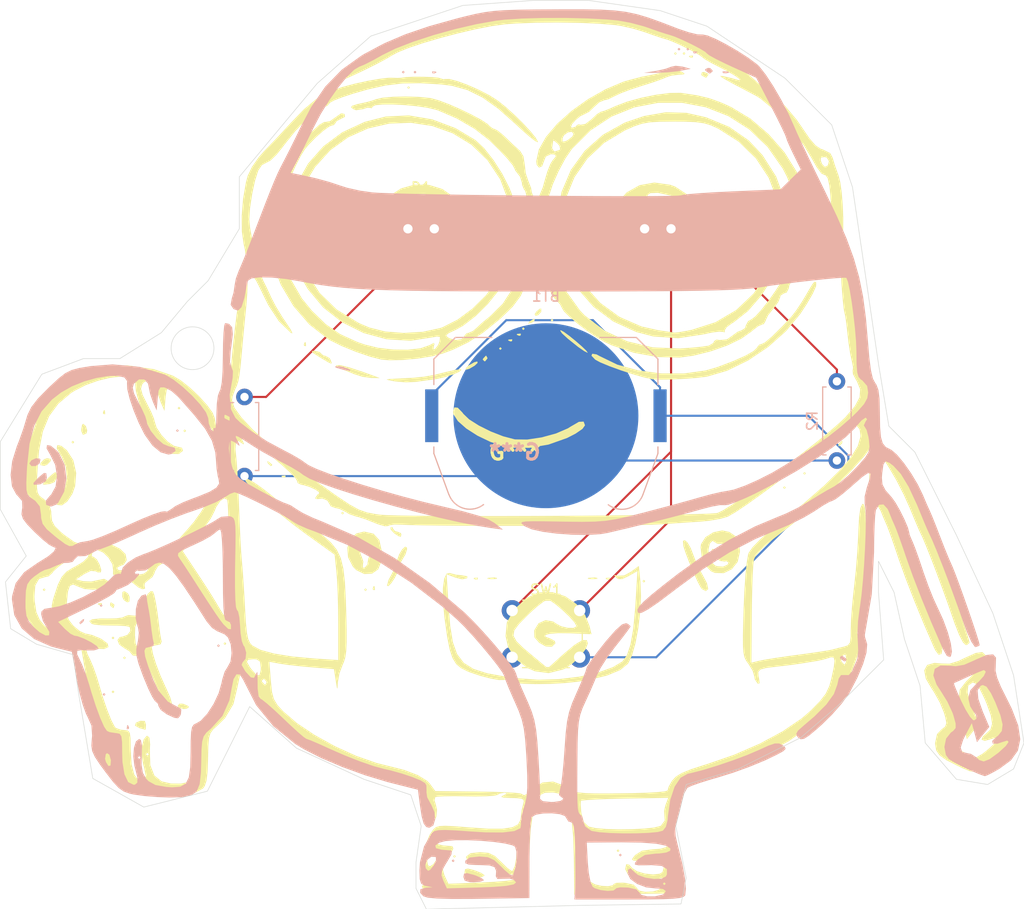
<source format=kicad_pcb>
(kicad_pcb (version 20241229) (generator "pcbnew") (generator_version "9.0")
  (layers (0 "F.Cu" signal) (2 "B.Cu" signal) (13 "F.Paste" user) (15 "B.Paste" user) (5 "F.SilkS" user "F.Silkscreen") (7 "B.SilkS" user "B.Silkscreen") (1 "F.Mask" user) (3 "B.Mask" user) (25 "Edge.Cuts" user))
  (net 0 "")
  (net 1 "GND")
  (net 2 "Net-(BT1-+)")
  (net 3 "Net-(D1-A)")
  (net 4 "Net-(D1-K)")
  (net 5 "Net-(D2-A)")
  (footprint "Button_Switch_THT:SW_PUSH_6mm" (layer "F.Cu") (at 213.25 91.25)
    (property "Reference" "SW1" (at 3.25 -2 0) (layer "F.SilkS"))
    (property "Value" "SW_Push")
    (pad "1" thru_hole circle (at 0 0 90) (size 2 2) (drill 1.1) (layers "*.Cu" "*.Mask") (net 4 "Net-(D1-K)"))
    (pad "1" thru_hole circle (at 6.5 0 90) (size 2 2) (drill 1.1) (layers "*.Cu" "*.Mask") (net 4 "Net-(D1-K)"))
    (pad "2" thru_hole circle (at 0 4.5 90) (size 2 2) (drill 1.1) (layers "*.Cu" "*.Mask") (net 2 "Net-(BT1-+)"))
    (pad "2" thru_hole circle (at 6.5 4.5 90) (size 2 2) (drill 1.1) (layers "*.Cu" "*.Mask") (net 2 "Net-(BT1-+)"))
  )
  (footprint "LED_THT:LED_D5.0mm" (layer "F.Cu") (at 228.54 54.5 180)
    (property "Reference" "D2" (at 1.27 -3.96 0) (layer "F.SilkS"))
    (property "Value" "LED")
    (pad "1" thru_hole rect (at 0 0 180) (size 1.8 1.8) (drill 0.9) (layers "*.Cu" "*.Mask") (net 4 "Net-(D1-K)"))
    (pad "2" thru_hole circle (at 2.54 0 180) (size 1.8 1.8) (drill 0.9) (layers "*.Cu" "*.Mask") (net 5 "Net-(D2-A)"))
  )
  (footprint "LOGO" (layer "F.Cu") (at 213.5 76)
    (property "Reference" "G***" (at 0 0 0) (layer "F.SilkS") (effects (font (size 1.5 1.5) (thickness 0.3))))
    (property "Value" "LOGO" (hide yes))
  )
  (footprint "LED_THT:LED_D5.0mm" (layer "F.Cu") (at 203.225 54.5)
    (property "Reference" "D1" (at 1.27 -3.96 0) (layer "F.SilkS"))
    (property "Value" "LED")
    (pad "1" thru_hole rect (at 0 0) (size 1.8 1.8) (drill 0.9) (layers "*.Cu" "*.Mask") (net 4 "Net-(D1-K)"))
    (pad "2" thru_hole circle (at 2.54 0) (size 1.8 1.8) (drill 0.9) (layers "*.Cu" "*.Mask") (net 3 "Net-(D1-A)"))
  )
  (footprint "Battery:BatteryHolder_Keystone_3034_1x20mm" (layer "B.Cu") (at 216.5 72.5 180)
    (property "Reference" "BT1" (at 0 11.5 0) (layer "B.SilkS") (effects (justify mirror)))
    (property "Value" "Battery" (hide yes))
    (pad "1" smd rect (at -10.985 0 180) (size 1.27 5.08) (layers "B.Cu" "B.Mask" "B.Paste") (net 2 "Net-(BT1-+)"))
    (pad "1" smd rect (at 10.985 0 180) (size 1.27 5.08) (layers "B.Cu" "B.Mask" "B.Paste") (net 2 "Net-(BT1-+)"))
    (pad "2" smd circle (at 0 0 180) (size 17.8 17.8) (layers "B.Cu" "B.Mask") (net 1 "GND"))
  )
  (footprint "Resistor_THT:R_Axial_DIN0207_L6.3mm_D2.5mm_P7.62mm_Horizontal" (layer "B.Cu") (at 244.5 69.19 -90)
    (property "Reference" "R2" (at 3.81 2.37 90) (layer "B.SilkS") (effects (justify mirror)))
    (property "Value" "47Ω")
    (pad "1" thru_hole circle (at 0 0 270) (size 1.6 1.6) (drill 0.8) (layers "*.Cu" "*.Mask") (net 5 "Net-(D2-A)"))
    (pad "2" thru_hole circle (at 7.62 0 270) (size 1.6 1.6) (drill 0.8) (layers "*.Cu" "*.Mask") (net 1 "GND"))
  )
  (footprint "Resistor_THT:R_Axial_DIN0207_L6.3mm_D2.5mm_P7.62mm_Horizontal" (layer "B.Cu") (at 187.5 70.69 -90)
    (property "Reference" "R1" (at 3.81 2.37 90) (layer "B.SilkS") (effects (justify mirror)))
    (property "Value" "47Ω")
    (pad "1" thru_hole circle (at 0 0 270) (size 1.6 1.6) (drill 0.8) (layers "*.Cu" "*.Mask") (net 3 "Net-(D1-A)"))
    (pad "2" thru_hole circle (at 7.62 0 270) (size 1.6 1.6) (drill 0.8) (layers "*.Cu" "*.Mask") (net 1 "GND"))
  )
  (footprint "LOGO" (layer "B.Cu") (at 213.5 76 180)
    (property "Reference" "G***" (at 0 0 0) (layer "B.SilkS") (effects (font (size 1.5 1.5) (thickness 0.3)) (justify mirror)))
    (property "Value" "LOGO" (hide yes))
  )
  (gr_poly (pts (xy 205 120) (xy 219.866352 119.634595) (xy 229.5 119.5) (xy 230 117) (xy 229 112) (xy 230 108) (xy 235 106.5) (xy 241 103.5) (xy 244.5 100.5) (xy 249 96) (xy 248.5 89.5) (xy 248.5 86.5) (xy 250 89.5) (xy 251 94) (xy 252.5 98.5) (xy 253 104) (xy 256 107.5) (xy 259 108) (xy 261.5 106.5) (xy 262.5 104) (xy 261.5 97.5) (xy 259.5 91.5) (xy 256 84) (xy 252 76) (xy 249.5 73.5) (xy 248.5 67.5) (xy 246 50.5) (xy 244 44.5) (xy 239.5 40) (xy 232 35) (xy 227.5 33.5) (xy 220.5 32.5) (xy 215.5 32.5) (xy 208.5 33) (xy 199.65 35.95) (xy 194.5 40.5) (xy 187.00137 49.5) (xy 187 54.5) (xy 184 59.5) (xy 182 61.5) (xy 179.5 64.5) (xy 175.5 67) (xy 172 67) (xy 168 68.5) (xy 164 75) (xy 164 81.5) (xy 166.5 86) (xy 164.5 88.5) (xy 165 93) (xy 167.5 94.5) (xy 171 95.5) (xy 171.5 99) (xy 172.902299 107.413793) (xy 177.807693 110.173077) (xy 183.92857 108.642858) (xy 188.000002 100.499994) (xy 188 100.5) (xy 192.5 104.5) (xy 199 107.5) (xy 203.5 109) (xy 204.5 112) (xy 204 115.5) (xy 204 118)) (stroke (width 0.05)) (fill no) (layer "Edge.Cuts"))
  (gr_circle (center 182.5 66) (end 184.5 66.5) (stroke (width 0.05)) (fill no) (layer "Edge.Cuts"))
  (segment (start 216.5 72.5) (end 220.81 76.81) (width 0.2) (layer "B.Cu") (net 1))
  (segment (start 216.5 72.5) (end 210.69 78.31) (width 0.2) (layer "B.Cu") (net 1))
  (segment (start 220.81 76.81) (end 244.5 76.81) (width 0.2) (layer "B.Cu") (net 1))
  (segment (start 210.69 78.31) (end 187.5 78.31) (width 0.2) (layer "B.Cu") (net 1))
  (segment (start 227.485 69.76) (end 227.485 72.5) (width 0.2) (layer "B.Cu") (net 2))
  (segment (start 205.515 70.472821) (end 212.688821 63.299) (width 0.2) (layer "B.Cu") (net 2))
  (segment (start 221.024 63.299) (end 227.485 69.76) (width 0.2) (layer "B.Cu") (net 2))
  (segment (start 212.688821 63.299) (end 221.024 63.299) (width 0.2) (layer "B.Cu") (net 2))
  (segment (start 227.485 72.5) (end 241.74705 72.5) (width 0.2) (layer "B.Cu") (net 2))
  (segment (start 227.11705 95.75) (end 219.75 95.75) (width 0.2) (layer "B.Cu") (net 2))
  (segment (start 245.601 76.35395) (end 245.601 77.26605) (width 0.2) (layer "B.Cu") (net 2))
  (segment (start 241.74705 72.5) (end 245.601 76.35395) (width 0.2) (layer "B.Cu") (net 2))
  (segment (start 245.601 77.26605) (end 227.11705 95.75) (width 0.2) (layer "B.Cu") (net 2))
  (segment (start 205.515 72.5) (end 205.515 70.472821) (width 0.2) (layer "B.Cu") (net 2))
  (segment (start 189.575 70.69) (end 187.5 70.69) (width 0.2) (layer "F.Cu") (net 3))
  (segment (start 205.765 54.5) (end 189.575 70.69) (width 0.2) (layer "F.Cu") (net 3))
  (segment (start 204.426 53.299) (end 227.339 53.299) (width 0.2) (layer "F.Cu") (net 4))
  (segment (start 228.54 54.5) (end 228.54 82.46) (width 0.2) (layer "F.Cu") (net 4))
  (segment (start 203.225 54.5) (end 204.426 53.299) (width 0.2) (layer "F.Cu") (net 4))
  (segment (start 228.54 82.46) (end 219.75 91.25) (width 0.2) (layer "F.Cu") (net 4))
  (segment (start 228.54 75.96) (end 213.25 91.25) (width 0.2) (layer "F.Cu") (net 4))
  (segment (start 227.339 53.299) (end 228.54 54.5) (width 0.2) (layer "F.Cu") (net 4))
  (segment (start 228.54 54.5) (end 228.54 75.96) (width 0.2) (layer "F.Cu") (net 4))
  (segment (start 244.5 68.058) (end 229.34 52.898) (width 0.2) (layer "F.Cu") (net 5))
  (segment (start 229.34 52.898) (end 226 52.898) (width 0.2) (layer "F.Cu") (net 5))
  (segment (start 244.5 69.19) (end 244.5 68.058) (width 0.2) (layer "F.Cu") (net 5))
)
</source>
